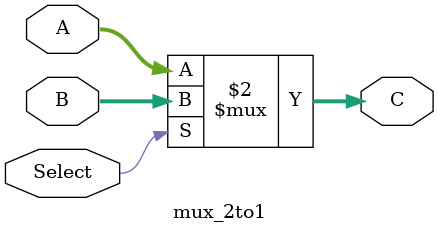
<source format=v>

module mux_2to1  #(
    parameter DATA_WIDTH =32
) (
    input wire [DATA_WIDTH-1:0] A,
    input wire [DATA_WIDTH-1:0] B,
    input wire Select,
    output wire [DATA_WIDTH-1:0] C
);

  assign C = (Select == 0)? A : B;

endmodule 


</source>
